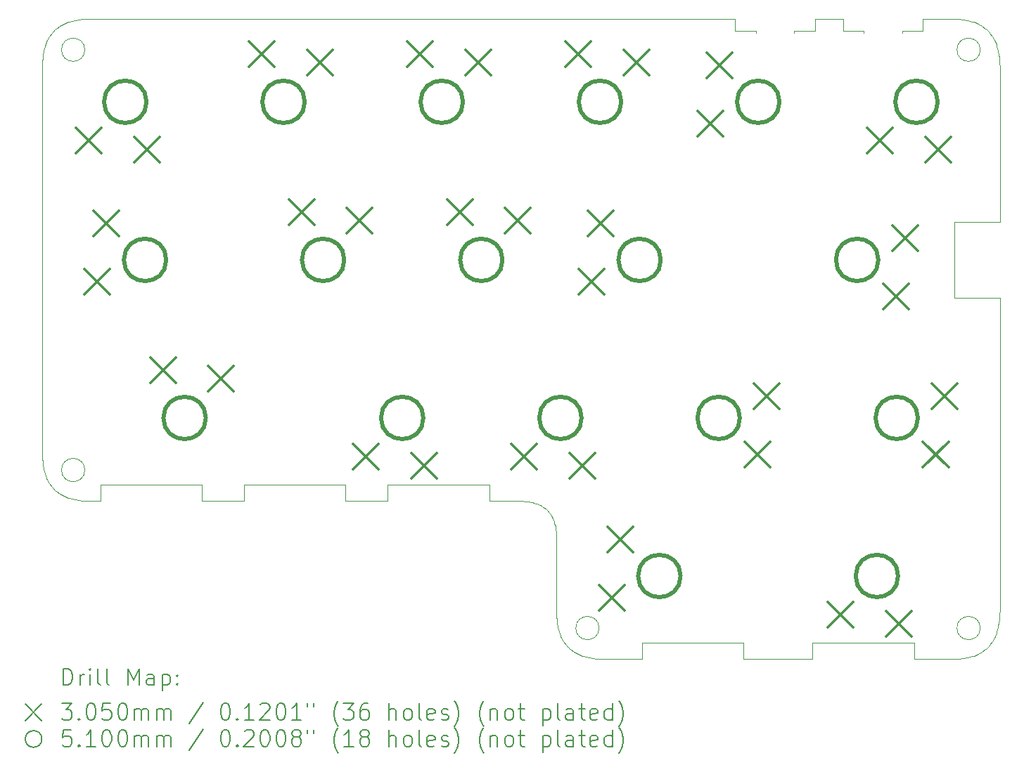
<source format=gbr>
%TF.GenerationSoftware,KiCad,Pcbnew,(6.0.11-0)*%
%TF.CreationDate,2023-02-16T18:45:55+08:00*%
%TF.ProjectId,Left,4c656674-2e6b-4696-9361-645f70636258,rev?*%
%TF.SameCoordinates,Original*%
%TF.FileFunction,Drillmap*%
%TF.FilePolarity,Positive*%
%FSLAX45Y45*%
G04 Gerber Fmt 4.5, Leading zero omitted, Abs format (unit mm)*
G04 Created by KiCad (PCBNEW (6.0.11-0)) date 2023-02-16 18:45:55*
%MOMM*%
%LPD*%
G01*
G04 APERTURE LIST*
%ADD10C,0.030000*%
%ADD11C,0.038100*%
%ADD12C,0.000100*%
%ADD13C,0.200000*%
%ADD14C,0.305000*%
%ADD15C,0.510000*%
G04 APERTURE END LIST*
D10*
X15741519Y-14283603D02*
X15735250Y-14277353D01*
D11*
X15472242Y-12617344D02*
X15481250Y-12626352D01*
X15562573Y-12759317D02*
X15570250Y-12784317D01*
D10*
X9660999Y-12454353D02*
X9613436Y-12427694D01*
D11*
X17992595Y-6851352D02*
X17992595Y-6876352D01*
D10*
X20920495Y-13973688D02*
X20909563Y-14033509D01*
D12*
X20694996Y-14046352D02*
G75*
G03*
X20694996Y-14046352I-140000J0D01*
G01*
D10*
X9531499Y-12359816D02*
X9537751Y-12366085D01*
X9488658Y-12302918D02*
X9519689Y-12346588D01*
X9402216Y-11994570D02*
X9406972Y-12047870D01*
D11*
X20006595Y-6701352D02*
X20006595Y-6851352D01*
D10*
X15922054Y-14386423D02*
X15913039Y-14383375D01*
X20716560Y-6790011D02*
X20760229Y-6821041D01*
X9462000Y-6962353D02*
X9488658Y-6914788D01*
D11*
X17742595Y-6701352D02*
X17742595Y-6851352D01*
X15591250Y-12944352D02*
X15591250Y-12956352D01*
D10*
X20867996Y-14160352D02*
X20841337Y-14207917D01*
X9409499Y-12068688D02*
X9420432Y-12128509D01*
X15913039Y-14383375D02*
X15904025Y-14380326D01*
X20471921Y-6709588D02*
X20482330Y-6710852D01*
X16113033Y-14419136D02*
X16059733Y-14414382D01*
X20920496Y-7149017D02*
X20909563Y-7089196D01*
X10107800Y-12516352D02*
X10107800Y-12316352D01*
D11*
X15541580Y-12709525D02*
X15547291Y-12721568D01*
D10*
X15591251Y-13821352D02*
X15593466Y-13899570D01*
D11*
X11835600Y-12316352D02*
X13055600Y-12316352D01*
D10*
X9677788Y-12461781D02*
X9660999Y-12454353D01*
X9409500Y-7149018D02*
X9420432Y-7089196D01*
D11*
X15481250Y-12626352D02*
X15490258Y-12635361D01*
X15398077Y-12566022D02*
X15413250Y-12574352D01*
D10*
X13055600Y-12516352D02*
X13055600Y-12316352D01*
D11*
X15557788Y-12746464D02*
X15562573Y-12759317D01*
D10*
X15869038Y-14366781D02*
X15852250Y-14359353D01*
D11*
X15201606Y-12517618D02*
X15217606Y-12518887D01*
X19042595Y-6851352D02*
X19292595Y-6851352D01*
D10*
X20923024Y-7169836D02*
X20921760Y-7159426D01*
D12*
X9915000Y-7076352D02*
G75*
G03*
X9915000Y-7076352I-140000J0D01*
G01*
D10*
X20461512Y-14414380D02*
X20471920Y-14413117D01*
X9730803Y-6736282D02*
X9721789Y-6739330D01*
D11*
X10107800Y-12316352D02*
X11327800Y-12316352D01*
D10*
X20895066Y-14090549D02*
X20892017Y-14099563D01*
X20408212Y-14419136D02*
X20461512Y-14414380D01*
X9847665Y-12506853D02*
X9787844Y-12495922D01*
X9858075Y-12508118D02*
X9847665Y-12506853D01*
D11*
X11327800Y-12516352D02*
X11835600Y-12516352D01*
X15533250Y-12694352D02*
X15525250Y-12681352D01*
D10*
X20779726Y-6839102D02*
X20785995Y-6845352D01*
X20798496Y-6857890D02*
X20792245Y-6851621D01*
D11*
X19292595Y-6851352D02*
X19292595Y-6876352D01*
D10*
X9712774Y-6742378D02*
X9677787Y-6755924D01*
X15599486Y-13963279D02*
X15600750Y-13973687D01*
D11*
X15217606Y-12518887D02*
X15248824Y-12522278D01*
X15462773Y-12608796D02*
X15445250Y-12595352D01*
D10*
X14783400Y-12516352D02*
X14783400Y-12316352D01*
D11*
X18706595Y-6701352D02*
X18706595Y-6851352D01*
X15431709Y-12585985D02*
X15445250Y-12595352D01*
D10*
X9406971Y-7169835D02*
X9408235Y-7159427D01*
X15804685Y-14332694D02*
X15761016Y-14301664D01*
X9531499Y-6857890D02*
X9537749Y-6851621D01*
X9550270Y-12378603D02*
X9544000Y-12372353D01*
X20798496Y-14264815D02*
X20792245Y-14271083D01*
D11*
X15585324Y-12858779D02*
X15583201Y-12843562D01*
X16624150Y-14221352D02*
X17844150Y-14221352D01*
D10*
X20927779Y-13899569D02*
X20923024Y-13952869D01*
X20766843Y-14295759D02*
X20773457Y-14289853D01*
X20810306Y-6871118D02*
X20804401Y-6864504D01*
X9721789Y-6739330D02*
X9712774Y-6742378D01*
D11*
X15323285Y-12537352D02*
X15348285Y-12545029D01*
D10*
X20599192Y-6736282D02*
X20608206Y-6739330D01*
X9563152Y-12390759D02*
X9556538Y-12384854D01*
X9434929Y-12185550D02*
X9437978Y-12194564D01*
X20542151Y-14400921D02*
X20599192Y-14386423D01*
X20923024Y-13952869D02*
X20921759Y-13963278D01*
X15761016Y-14301664D02*
X15754402Y-14295759D01*
X9408235Y-7159427D02*
X9409500Y-7149018D01*
X9420432Y-12128509D02*
X9434929Y-12185550D01*
X9556538Y-6832852D02*
X9550269Y-6839102D01*
D11*
X20329995Y-14421352D02*
X19897050Y-14421352D01*
X20929995Y-9151652D02*
X20380273Y-9151652D01*
D10*
X20841337Y-6914787D02*
X20810306Y-6871118D01*
D11*
X13055600Y-12516352D02*
X13563400Y-12516352D01*
X15285250Y-12528352D02*
X15264041Y-12524402D01*
D10*
X9847665Y-6710852D02*
X9787844Y-6721785D01*
X9519689Y-12346588D02*
X9525594Y-12353201D01*
D11*
X15583201Y-12843562D02*
X15579250Y-12822352D01*
D10*
X20909563Y-7089196D02*
X20895065Y-7032155D01*
X20773457Y-6832852D02*
X20779726Y-6839102D01*
X9437978Y-12194564D02*
X9441026Y-12203578D01*
X20617220Y-14380326D02*
X20652208Y-14366781D01*
X16624150Y-14421352D02*
X16624150Y-14221352D01*
X15979094Y-14400920D02*
X15922054Y-14386423D01*
X20482330Y-14411853D02*
X20542151Y-14400921D01*
X20888970Y-14108578D02*
X20875424Y-14143565D01*
D11*
X15386034Y-12560311D02*
X15398077Y-12566022D01*
D10*
X9613435Y-6790011D02*
X9569766Y-6821041D01*
D11*
X15361139Y-12549815D02*
X15386034Y-12560311D01*
D10*
X20608206Y-14383375D02*
X20617220Y-14380326D01*
X15747788Y-14289853D02*
X15741519Y-14283603D01*
X9441026Y-7014127D02*
X9454571Y-6979140D01*
D11*
X15196250Y-12517352D02*
X15163250Y-12516352D01*
D10*
X15598222Y-13952869D02*
X15599486Y-13963279D01*
D11*
X20929995Y-10066052D02*
X20380273Y-10066052D01*
D10*
X9868484Y-12509382D02*
X9858075Y-12508118D01*
X9712774Y-12475328D02*
X9677788Y-12461781D01*
D11*
X17742595Y-6851352D02*
X17992595Y-6851352D01*
D10*
X15632276Y-14108578D02*
X15645822Y-14143566D01*
X20909563Y-14033509D02*
X20895066Y-14090549D01*
D11*
X18456595Y-6851352D02*
X18706595Y-6851352D01*
D10*
X20921759Y-13963278D02*
X20920495Y-13973688D01*
X9525594Y-6864504D02*
X9531499Y-6857890D01*
D11*
X19756595Y-6851352D02*
X19756595Y-6876352D01*
X15472250Y-12617352D02*
X15462773Y-12608796D01*
X9400000Y-7301352D02*
X9400000Y-11916352D01*
D10*
X20617221Y-6742378D02*
X20652208Y-6755924D01*
X9787844Y-6721785D02*
X9730803Y-6736282D01*
X9787844Y-12495922D02*
X9730803Y-12481424D01*
D11*
X15196250Y-12517352D02*
X15201606Y-12517618D01*
X15588716Y-12889996D02*
X15589984Y-12905996D01*
D10*
X15600750Y-13973687D02*
X15611682Y-14033508D01*
D11*
X15348285Y-12545029D02*
X15361139Y-12549815D01*
D10*
X19897050Y-14421352D02*
X19897050Y-14221352D01*
X9721789Y-12478376D02*
X9712774Y-12475328D01*
X9537751Y-12366085D02*
X9544000Y-12372353D01*
X20892017Y-14099563D02*
X20888970Y-14108578D01*
D11*
X15574217Y-12800259D02*
X15579250Y-12822352D01*
X15533250Y-12694352D02*
X15541580Y-12709525D01*
D10*
X15629228Y-14099564D02*
X15632276Y-14108578D01*
X20875424Y-14143565D02*
X20867996Y-14160352D01*
X20716560Y-14332694D02*
X20760229Y-14301663D01*
X20599192Y-14386423D02*
X20608206Y-14383375D01*
X16059733Y-14414382D02*
X16049325Y-14413117D01*
X9454571Y-6979140D02*
X9462000Y-6962353D01*
X15679909Y-14207917D02*
X15710939Y-14251586D01*
X20766843Y-6826946D02*
X20773457Y-6832852D01*
X20929995Y-7301352D02*
X20927779Y-7223135D01*
D11*
X19042595Y-6701352D02*
X19042595Y-6851352D01*
X20929995Y-13821352D02*
X20929995Y-10066052D01*
D10*
X20792245Y-6851621D02*
X20785995Y-6845352D01*
D12*
X16106250Y-14046353D02*
G75*
G03*
X16106250Y-14046353I-140000J0D01*
G01*
D10*
X9858074Y-6709588D02*
X9847665Y-6710852D01*
D11*
X15521617Y-12675894D02*
X15525250Y-12681352D01*
D10*
X20929995Y-13821352D02*
X20927779Y-13899569D01*
X9408235Y-12058279D02*
X9409499Y-12068688D01*
X15722749Y-14264814D02*
X15729000Y-14271084D01*
X9488658Y-6914788D02*
X9519688Y-6871118D01*
X20668995Y-6763352D02*
X20716560Y-6790011D01*
X20921760Y-7159426D02*
X20920496Y-7149017D01*
X17844150Y-14421352D02*
X17844150Y-14221352D01*
X15593466Y-13899570D02*
X15598222Y-13952869D01*
X9420432Y-7089196D02*
X9434930Y-7032156D01*
X15710939Y-14251586D02*
X15716844Y-14258201D01*
X13563400Y-12516352D02*
X13563400Y-12316352D01*
D11*
X15547291Y-12721568D02*
X15557788Y-12746464D01*
D10*
X15626180Y-14090550D02*
X15629228Y-14099564D01*
D11*
X18456595Y-6851352D02*
X18456595Y-6876352D01*
D10*
X9730803Y-12481424D02*
X9721789Y-12478376D01*
X15754402Y-14295759D02*
X15747788Y-14289853D01*
X16049325Y-14413117D02*
X16038916Y-14411853D01*
X20652208Y-14366781D02*
X20668995Y-14359353D01*
X20760229Y-14301663D02*
X20766843Y-14295759D01*
X9563151Y-6826946D02*
X9556538Y-6832852D01*
X9921782Y-6703569D02*
X9868483Y-6708324D01*
D11*
X20380273Y-10066052D02*
X20380273Y-9151652D01*
D10*
X9462001Y-12255353D02*
X9488658Y-12302918D01*
D11*
X15589984Y-12905996D02*
X15590250Y-12911352D01*
X20929995Y-7301352D02*
X20929995Y-9151652D01*
X15426250Y-12582352D02*
X15431709Y-12585985D01*
D10*
X9437978Y-7023141D02*
X9441026Y-7014127D01*
D11*
X10000000Y-12516352D02*
X10107800Y-12516352D01*
X17742595Y-6701352D02*
X10000000Y-6701352D01*
D10*
X9441026Y-12203578D02*
X9454572Y-12238566D01*
X20867995Y-6962352D02*
X20841337Y-6914787D01*
X9677787Y-6755924D02*
X9661000Y-6763353D01*
X11327800Y-12516352D02*
X11327800Y-12316352D01*
X20461512Y-6708324D02*
X20471921Y-6709588D01*
X20542151Y-6721784D02*
X20599192Y-6736282D01*
X15716844Y-14258201D02*
X15722749Y-14264814D01*
X9550269Y-6839102D02*
X9544000Y-6845353D01*
X20471920Y-14413117D02*
X20482330Y-14411853D01*
D11*
X15574217Y-12800259D02*
X15570250Y-12784352D01*
X15151250Y-12516352D02*
X14783400Y-12516352D01*
D10*
X9613436Y-12427694D02*
X9569766Y-12396664D01*
X11835600Y-12516352D02*
X11835600Y-12316352D01*
X20329995Y-6701352D02*
X20408212Y-6703568D01*
X20329995Y-14421353D02*
X20408212Y-14419136D01*
D11*
X15591250Y-12944352D02*
X15590250Y-12911352D01*
D10*
X20888969Y-7014127D02*
X20875424Y-6979139D01*
D11*
X18677050Y-14221352D02*
X19897050Y-14221352D01*
D10*
X20482330Y-6710852D02*
X20542151Y-6721784D01*
D11*
X19756595Y-6851352D02*
X20006595Y-6851352D01*
X16624150Y-14421352D02*
X16191250Y-14421352D01*
D10*
X15653250Y-14160352D02*
X15679909Y-14207917D01*
D11*
X15512250Y-12662352D02*
X15498806Y-12644830D01*
D10*
X15611682Y-14033508D02*
X15626180Y-14090550D01*
X16038916Y-14411853D02*
X15979094Y-14400920D01*
X20608206Y-6739330D02*
X20617221Y-6742378D01*
X20760229Y-6821041D02*
X20766843Y-6826946D01*
X20804401Y-6864504D02*
X20798496Y-6857890D01*
X20652208Y-6755924D02*
X20668995Y-6763352D01*
D11*
X15151250Y-12516352D02*
X15163250Y-12516352D01*
D10*
X20875424Y-6979139D02*
X20867995Y-6962352D01*
X16191250Y-14421352D02*
X16113033Y-14419136D01*
X15904025Y-14380326D02*
X15869038Y-14366781D01*
X9537749Y-6851621D02*
X9544000Y-6845353D01*
X15852250Y-14359353D02*
X15804685Y-14332694D01*
X9569766Y-12396664D02*
X9563152Y-12390759D01*
D11*
X15285250Y-12528352D02*
X15307343Y-12533385D01*
X13563400Y-12316352D02*
X14783400Y-12316352D01*
D10*
X20329995Y-6701352D02*
X20006595Y-6701352D01*
X19042595Y-6701352D02*
X18706595Y-6701352D01*
X20810307Y-14251587D02*
X20804400Y-14258201D01*
X20927779Y-7223135D02*
X20923024Y-7169836D01*
X9569766Y-6821041D02*
X9563151Y-6826946D01*
X9556538Y-12384854D02*
X9550270Y-12378603D01*
D11*
X15426250Y-12582352D02*
X15413250Y-12574352D01*
D10*
X20408212Y-6703568D02*
X20461512Y-6708324D01*
X20773457Y-14289853D02*
X20779726Y-14283603D01*
X18677050Y-14421352D02*
X18677050Y-14221352D01*
X20895065Y-7032155D02*
X20892017Y-7023141D01*
D11*
X15512250Y-12662352D02*
X15521617Y-12675894D01*
X15585324Y-12858779D02*
X15588716Y-12889996D01*
D10*
X9454572Y-12238566D02*
X9462001Y-12255353D01*
X9400000Y-7301352D02*
X9402216Y-7223135D01*
X10000000Y-12516352D02*
X9921784Y-12514138D01*
X9434930Y-7032156D02*
X9437978Y-7023141D01*
X9868483Y-6708324D02*
X9858074Y-6709588D01*
X15729000Y-14271084D02*
X15735250Y-14277353D01*
X9402216Y-7223135D02*
X9406971Y-7169835D01*
X15645822Y-14143566D02*
X15653250Y-14160352D01*
X20804400Y-14258201D02*
X20798496Y-14264815D01*
X20779726Y-14283603D02*
X20785995Y-14277352D01*
X20668995Y-14359353D02*
X20716560Y-14332694D01*
D11*
X15323250Y-12537352D02*
X15307343Y-12533385D01*
D10*
X20792245Y-14271083D02*
X20785995Y-14277352D01*
X9519688Y-6871118D02*
X9525594Y-6864504D01*
D11*
X15264041Y-12524402D02*
X15248824Y-12522278D01*
D10*
X9406972Y-12047870D02*
X9408235Y-12058279D01*
X10000000Y-6701353D02*
X9921782Y-6703569D01*
X9661000Y-6763353D02*
X9613435Y-6790011D01*
X20892017Y-7023141D02*
X20888969Y-7014127D01*
X9921784Y-12514138D02*
X9868484Y-12509382D01*
D12*
X20694995Y-7076351D02*
G75*
G03*
X20694995Y-7076351I-140000J0D01*
G01*
D10*
X9400000Y-11916353D02*
X9402216Y-11994570D01*
D11*
X15591250Y-13821352D02*
X15591250Y-12956352D01*
X15498806Y-12644830D02*
X15490250Y-12635352D01*
X17844150Y-14421352D02*
X18677050Y-14421352D01*
D10*
X20841337Y-14207917D02*
X20810307Y-14251587D01*
D12*
X9915000Y-12141353D02*
G75*
G03*
X9915000Y-12141353I-140000J0D01*
G01*
D10*
X9525594Y-12353201D02*
X9531499Y-12359816D01*
D13*
D14*
X9810000Y-8021350D02*
X10115000Y-8326350D01*
X10115000Y-8021350D02*
X9810000Y-8326350D01*
X9913130Y-9716350D02*
X10218130Y-10021350D01*
X10218130Y-9716350D02*
X9913130Y-10021350D01*
X10018130Y-9016350D02*
X10323130Y-9321350D01*
X10323130Y-9016350D02*
X10018130Y-9321350D01*
X10510000Y-8126350D02*
X10815000Y-8431350D01*
X10815000Y-8126350D02*
X10510000Y-8431350D01*
X10704375Y-10786350D02*
X11009375Y-11091350D01*
X11009375Y-10786350D02*
X10704375Y-11091350D01*
X11404375Y-10891350D02*
X11709375Y-11196350D01*
X11709375Y-10891350D02*
X11404375Y-11196350D01*
X11895000Y-6976350D02*
X12200000Y-7281350D01*
X12200000Y-6976350D02*
X11895000Y-7281350D01*
X12371250Y-8881350D02*
X12676250Y-9186350D01*
X12676250Y-8881350D02*
X12371250Y-9186350D01*
X12595000Y-7081350D02*
X12900000Y-7386350D01*
X12900000Y-7081350D02*
X12595000Y-7386350D01*
X13071250Y-8986350D02*
X13376250Y-9291350D01*
X13376250Y-8986350D02*
X13071250Y-9291350D01*
X13143750Y-11831350D02*
X13448750Y-12136350D01*
X13448750Y-11831350D02*
X13143750Y-12136350D01*
X13800000Y-6976350D02*
X14105000Y-7281350D01*
X14105000Y-6976350D02*
X13800000Y-7281350D01*
X13843750Y-11936350D02*
X14148750Y-12241350D01*
X14148750Y-11936350D02*
X13843750Y-12241350D01*
X14276250Y-8881350D02*
X14581250Y-9186350D01*
X14581250Y-8881350D02*
X14276250Y-9186350D01*
X14500000Y-7081350D02*
X14805000Y-7386350D01*
X14805000Y-7081350D02*
X14500000Y-7386350D01*
X14976250Y-8986350D02*
X15281250Y-9291350D01*
X15281250Y-8986350D02*
X14976250Y-9291350D01*
X15048750Y-11831350D02*
X15353750Y-12136350D01*
X15353750Y-11831350D02*
X15048750Y-12136350D01*
X15705000Y-6976350D02*
X16010000Y-7281350D01*
X16010000Y-6976350D02*
X15705000Y-7281350D01*
X15748750Y-11936350D02*
X16053750Y-12241350D01*
X16053750Y-11936350D02*
X15748750Y-12241350D01*
X15866250Y-9716350D02*
X16171250Y-10021350D01*
X16171250Y-9716350D02*
X15866250Y-10021350D01*
X15971250Y-9016350D02*
X16276250Y-9321350D01*
X16276250Y-9016350D02*
X15971250Y-9321350D01*
X16104375Y-13526350D02*
X16409375Y-13831350D01*
X16409375Y-13526350D02*
X16104375Y-13831350D01*
X16209375Y-12826350D02*
X16514375Y-13131350D01*
X16514375Y-12826350D02*
X16209375Y-13131350D01*
X16405000Y-7081350D02*
X16710000Y-7386350D01*
X16710000Y-7081350D02*
X16405000Y-7386350D01*
X17295000Y-7811350D02*
X17600000Y-8116350D01*
X17600000Y-7811350D02*
X17295000Y-8116350D01*
X17400000Y-7111350D02*
X17705000Y-7416350D01*
X17705000Y-7111350D02*
X17400000Y-7416350D01*
X17863750Y-11801350D02*
X18168750Y-12106350D01*
X18168750Y-11801350D02*
X17863750Y-12106350D01*
X17968750Y-11101350D02*
X18273750Y-11406350D01*
X18273750Y-11101350D02*
X17968750Y-11406350D01*
X18858750Y-13736350D02*
X19163750Y-14041350D01*
X19163750Y-13736350D02*
X18858750Y-14041350D01*
X19335000Y-8021350D02*
X19640000Y-8326350D01*
X19640000Y-8021350D02*
X19335000Y-8326350D01*
X19530625Y-9896350D02*
X19835625Y-10201350D01*
X19835625Y-9896350D02*
X19530625Y-10201350D01*
X19558750Y-13841350D02*
X19863750Y-14146350D01*
X19863750Y-13841350D02*
X19558750Y-14146350D01*
X19635625Y-9196350D02*
X19940625Y-9501350D01*
X19940625Y-9196350D02*
X19635625Y-9501350D01*
X20006875Y-11801350D02*
X20311875Y-12106350D01*
X20311875Y-11801350D02*
X20006875Y-12106350D01*
X20035000Y-8126350D02*
X20340000Y-8431350D01*
X20340000Y-8126350D02*
X20035000Y-8431350D01*
X20111875Y-11101350D02*
X20416875Y-11406350D01*
X20416875Y-11101350D02*
X20111875Y-11406350D01*
D15*
X10657500Y-7703850D02*
G75*
G03*
X10657500Y-7703850I-255000J0D01*
G01*
X10895630Y-9608850D02*
G75*
G03*
X10895630Y-9608850I-255000J0D01*
G01*
X11371875Y-11513850D02*
G75*
G03*
X11371875Y-11513850I-255000J0D01*
G01*
X12562500Y-7703850D02*
G75*
G03*
X12562500Y-7703850I-255000J0D01*
G01*
X13038750Y-9608850D02*
G75*
G03*
X13038750Y-9608850I-255000J0D01*
G01*
X13991250Y-11513850D02*
G75*
G03*
X13991250Y-11513850I-255000J0D01*
G01*
X14467500Y-7703850D02*
G75*
G03*
X14467500Y-7703850I-255000J0D01*
G01*
X14943750Y-9608850D02*
G75*
G03*
X14943750Y-9608850I-255000J0D01*
G01*
X15896250Y-11513850D02*
G75*
G03*
X15896250Y-11513850I-255000J0D01*
G01*
X16372500Y-7703850D02*
G75*
G03*
X16372500Y-7703850I-255000J0D01*
G01*
X16848750Y-9608850D02*
G75*
G03*
X16848750Y-9608850I-255000J0D01*
G01*
X17086875Y-13418850D02*
G75*
G03*
X17086875Y-13418850I-255000J0D01*
G01*
X17801250Y-11513850D02*
G75*
G03*
X17801250Y-11513850I-255000J0D01*
G01*
X18277500Y-7703850D02*
G75*
G03*
X18277500Y-7703850I-255000J0D01*
G01*
X19468125Y-9608850D02*
G75*
G03*
X19468125Y-9608850I-255000J0D01*
G01*
X19706250Y-13418850D02*
G75*
G03*
X19706250Y-13418850I-255000J0D01*
G01*
X19944375Y-11513850D02*
G75*
G03*
X19944375Y-11513850I-255000J0D01*
G01*
X20182500Y-7703850D02*
G75*
G03*
X20182500Y-7703850I-255000J0D01*
G01*
D13*
X9655714Y-14733733D02*
X9655714Y-14533733D01*
X9703333Y-14533733D01*
X9731905Y-14543257D01*
X9750952Y-14562305D01*
X9760476Y-14581353D01*
X9770000Y-14619448D01*
X9770000Y-14648019D01*
X9760476Y-14686114D01*
X9750952Y-14705162D01*
X9731905Y-14724210D01*
X9703333Y-14733733D01*
X9655714Y-14733733D01*
X9855714Y-14733733D02*
X9855714Y-14600400D01*
X9855714Y-14638495D02*
X9865238Y-14619448D01*
X9874762Y-14609924D01*
X9893809Y-14600400D01*
X9912857Y-14600400D01*
X9979524Y-14733733D02*
X9979524Y-14600400D01*
X9979524Y-14533733D02*
X9970000Y-14543257D01*
X9979524Y-14552781D01*
X9989047Y-14543257D01*
X9979524Y-14533733D01*
X9979524Y-14552781D01*
X10103333Y-14733733D02*
X10084285Y-14724210D01*
X10074762Y-14705162D01*
X10074762Y-14533733D01*
X10208095Y-14733733D02*
X10189047Y-14724210D01*
X10179524Y-14705162D01*
X10179524Y-14533733D01*
X10436666Y-14733733D02*
X10436666Y-14533733D01*
X10503333Y-14676591D01*
X10570000Y-14533733D01*
X10570000Y-14733733D01*
X10750952Y-14733733D02*
X10750952Y-14628972D01*
X10741428Y-14609924D01*
X10722381Y-14600400D01*
X10684285Y-14600400D01*
X10665238Y-14609924D01*
X10750952Y-14724210D02*
X10731905Y-14733733D01*
X10684285Y-14733733D01*
X10665238Y-14724210D01*
X10655714Y-14705162D01*
X10655714Y-14686114D01*
X10665238Y-14667067D01*
X10684285Y-14657543D01*
X10731905Y-14657543D01*
X10750952Y-14648019D01*
X10846190Y-14600400D02*
X10846190Y-14800400D01*
X10846190Y-14609924D02*
X10865238Y-14600400D01*
X10903333Y-14600400D01*
X10922381Y-14609924D01*
X10931905Y-14619448D01*
X10941428Y-14638495D01*
X10941428Y-14695638D01*
X10931905Y-14714686D01*
X10922381Y-14724210D01*
X10903333Y-14733733D01*
X10865238Y-14733733D01*
X10846190Y-14724210D01*
X11027143Y-14714686D02*
X11036666Y-14724210D01*
X11027143Y-14733733D01*
X11017619Y-14724210D01*
X11027143Y-14714686D01*
X11027143Y-14733733D01*
X11027143Y-14609924D02*
X11036666Y-14619448D01*
X11027143Y-14628972D01*
X11017619Y-14619448D01*
X11027143Y-14609924D01*
X11027143Y-14628972D01*
X9198095Y-14963257D02*
X9398095Y-15163257D01*
X9398095Y-14963257D02*
X9198095Y-15163257D01*
X9636666Y-14953733D02*
X9760476Y-14953733D01*
X9693809Y-15029924D01*
X9722381Y-15029924D01*
X9741428Y-15039448D01*
X9750952Y-15048972D01*
X9760476Y-15068019D01*
X9760476Y-15115638D01*
X9750952Y-15134686D01*
X9741428Y-15144210D01*
X9722381Y-15153733D01*
X9665238Y-15153733D01*
X9646190Y-15144210D01*
X9636666Y-15134686D01*
X9846190Y-15134686D02*
X9855714Y-15144210D01*
X9846190Y-15153733D01*
X9836666Y-15144210D01*
X9846190Y-15134686D01*
X9846190Y-15153733D01*
X9979524Y-14953733D02*
X9998571Y-14953733D01*
X10017619Y-14963257D01*
X10027143Y-14972781D01*
X10036666Y-14991829D01*
X10046190Y-15029924D01*
X10046190Y-15077543D01*
X10036666Y-15115638D01*
X10027143Y-15134686D01*
X10017619Y-15144210D01*
X9998571Y-15153733D01*
X9979524Y-15153733D01*
X9960476Y-15144210D01*
X9950952Y-15134686D01*
X9941428Y-15115638D01*
X9931905Y-15077543D01*
X9931905Y-15029924D01*
X9941428Y-14991829D01*
X9950952Y-14972781D01*
X9960476Y-14963257D01*
X9979524Y-14953733D01*
X10227143Y-14953733D02*
X10131905Y-14953733D01*
X10122381Y-15048972D01*
X10131905Y-15039448D01*
X10150952Y-15029924D01*
X10198571Y-15029924D01*
X10217619Y-15039448D01*
X10227143Y-15048972D01*
X10236666Y-15068019D01*
X10236666Y-15115638D01*
X10227143Y-15134686D01*
X10217619Y-15144210D01*
X10198571Y-15153733D01*
X10150952Y-15153733D01*
X10131905Y-15144210D01*
X10122381Y-15134686D01*
X10360476Y-14953733D02*
X10379524Y-14953733D01*
X10398571Y-14963257D01*
X10408095Y-14972781D01*
X10417619Y-14991829D01*
X10427143Y-15029924D01*
X10427143Y-15077543D01*
X10417619Y-15115638D01*
X10408095Y-15134686D01*
X10398571Y-15144210D01*
X10379524Y-15153733D01*
X10360476Y-15153733D01*
X10341428Y-15144210D01*
X10331905Y-15134686D01*
X10322381Y-15115638D01*
X10312857Y-15077543D01*
X10312857Y-15029924D01*
X10322381Y-14991829D01*
X10331905Y-14972781D01*
X10341428Y-14963257D01*
X10360476Y-14953733D01*
X10512857Y-15153733D02*
X10512857Y-15020400D01*
X10512857Y-15039448D02*
X10522381Y-15029924D01*
X10541428Y-15020400D01*
X10570000Y-15020400D01*
X10589047Y-15029924D01*
X10598571Y-15048972D01*
X10598571Y-15153733D01*
X10598571Y-15048972D02*
X10608095Y-15029924D01*
X10627143Y-15020400D01*
X10655714Y-15020400D01*
X10674762Y-15029924D01*
X10684285Y-15048972D01*
X10684285Y-15153733D01*
X10779524Y-15153733D02*
X10779524Y-15020400D01*
X10779524Y-15039448D02*
X10789047Y-15029924D01*
X10808095Y-15020400D01*
X10836666Y-15020400D01*
X10855714Y-15029924D01*
X10865238Y-15048972D01*
X10865238Y-15153733D01*
X10865238Y-15048972D02*
X10874762Y-15029924D01*
X10893809Y-15020400D01*
X10922381Y-15020400D01*
X10941428Y-15029924D01*
X10950952Y-15048972D01*
X10950952Y-15153733D01*
X11341428Y-14944210D02*
X11170000Y-15201353D01*
X11598571Y-14953733D02*
X11617619Y-14953733D01*
X11636666Y-14963257D01*
X11646190Y-14972781D01*
X11655714Y-14991829D01*
X11665238Y-15029924D01*
X11665238Y-15077543D01*
X11655714Y-15115638D01*
X11646190Y-15134686D01*
X11636666Y-15144210D01*
X11617619Y-15153733D01*
X11598571Y-15153733D01*
X11579523Y-15144210D01*
X11570000Y-15134686D01*
X11560476Y-15115638D01*
X11550952Y-15077543D01*
X11550952Y-15029924D01*
X11560476Y-14991829D01*
X11570000Y-14972781D01*
X11579523Y-14963257D01*
X11598571Y-14953733D01*
X11750952Y-15134686D02*
X11760476Y-15144210D01*
X11750952Y-15153733D01*
X11741428Y-15144210D01*
X11750952Y-15134686D01*
X11750952Y-15153733D01*
X11950952Y-15153733D02*
X11836666Y-15153733D01*
X11893809Y-15153733D02*
X11893809Y-14953733D01*
X11874762Y-14982305D01*
X11855714Y-15001353D01*
X11836666Y-15010876D01*
X12027143Y-14972781D02*
X12036666Y-14963257D01*
X12055714Y-14953733D01*
X12103333Y-14953733D01*
X12122381Y-14963257D01*
X12131904Y-14972781D01*
X12141428Y-14991829D01*
X12141428Y-15010876D01*
X12131904Y-15039448D01*
X12017619Y-15153733D01*
X12141428Y-15153733D01*
X12265238Y-14953733D02*
X12284285Y-14953733D01*
X12303333Y-14963257D01*
X12312857Y-14972781D01*
X12322381Y-14991829D01*
X12331904Y-15029924D01*
X12331904Y-15077543D01*
X12322381Y-15115638D01*
X12312857Y-15134686D01*
X12303333Y-15144210D01*
X12284285Y-15153733D01*
X12265238Y-15153733D01*
X12246190Y-15144210D01*
X12236666Y-15134686D01*
X12227143Y-15115638D01*
X12217619Y-15077543D01*
X12217619Y-15029924D01*
X12227143Y-14991829D01*
X12236666Y-14972781D01*
X12246190Y-14963257D01*
X12265238Y-14953733D01*
X12522381Y-15153733D02*
X12408095Y-15153733D01*
X12465238Y-15153733D02*
X12465238Y-14953733D01*
X12446190Y-14982305D01*
X12427143Y-15001353D01*
X12408095Y-15010876D01*
X12598571Y-14953733D02*
X12598571Y-14991829D01*
X12674762Y-14953733D02*
X12674762Y-14991829D01*
X12970000Y-15229924D02*
X12960476Y-15220400D01*
X12941428Y-15191829D01*
X12931904Y-15172781D01*
X12922381Y-15144210D01*
X12912857Y-15096591D01*
X12912857Y-15058495D01*
X12922381Y-15010876D01*
X12931904Y-14982305D01*
X12941428Y-14963257D01*
X12960476Y-14934686D01*
X12970000Y-14925162D01*
X13027143Y-14953733D02*
X13150952Y-14953733D01*
X13084285Y-15029924D01*
X13112857Y-15029924D01*
X13131904Y-15039448D01*
X13141428Y-15048972D01*
X13150952Y-15068019D01*
X13150952Y-15115638D01*
X13141428Y-15134686D01*
X13131904Y-15144210D01*
X13112857Y-15153733D01*
X13055714Y-15153733D01*
X13036666Y-15144210D01*
X13027143Y-15134686D01*
X13322381Y-14953733D02*
X13284285Y-14953733D01*
X13265238Y-14963257D01*
X13255714Y-14972781D01*
X13236666Y-15001353D01*
X13227143Y-15039448D01*
X13227143Y-15115638D01*
X13236666Y-15134686D01*
X13246190Y-15144210D01*
X13265238Y-15153733D01*
X13303333Y-15153733D01*
X13322381Y-15144210D01*
X13331904Y-15134686D01*
X13341428Y-15115638D01*
X13341428Y-15068019D01*
X13331904Y-15048972D01*
X13322381Y-15039448D01*
X13303333Y-15029924D01*
X13265238Y-15029924D01*
X13246190Y-15039448D01*
X13236666Y-15048972D01*
X13227143Y-15068019D01*
X13579523Y-15153733D02*
X13579523Y-14953733D01*
X13665238Y-15153733D02*
X13665238Y-15048972D01*
X13655714Y-15029924D01*
X13636666Y-15020400D01*
X13608095Y-15020400D01*
X13589047Y-15029924D01*
X13579523Y-15039448D01*
X13789047Y-15153733D02*
X13770000Y-15144210D01*
X13760476Y-15134686D01*
X13750952Y-15115638D01*
X13750952Y-15058495D01*
X13760476Y-15039448D01*
X13770000Y-15029924D01*
X13789047Y-15020400D01*
X13817619Y-15020400D01*
X13836666Y-15029924D01*
X13846190Y-15039448D01*
X13855714Y-15058495D01*
X13855714Y-15115638D01*
X13846190Y-15134686D01*
X13836666Y-15144210D01*
X13817619Y-15153733D01*
X13789047Y-15153733D01*
X13970000Y-15153733D02*
X13950952Y-15144210D01*
X13941428Y-15125162D01*
X13941428Y-14953733D01*
X14122381Y-15144210D02*
X14103333Y-15153733D01*
X14065238Y-15153733D01*
X14046190Y-15144210D01*
X14036666Y-15125162D01*
X14036666Y-15048972D01*
X14046190Y-15029924D01*
X14065238Y-15020400D01*
X14103333Y-15020400D01*
X14122381Y-15029924D01*
X14131904Y-15048972D01*
X14131904Y-15068019D01*
X14036666Y-15087067D01*
X14208095Y-15144210D02*
X14227143Y-15153733D01*
X14265238Y-15153733D01*
X14284285Y-15144210D01*
X14293809Y-15125162D01*
X14293809Y-15115638D01*
X14284285Y-15096591D01*
X14265238Y-15087067D01*
X14236666Y-15087067D01*
X14217619Y-15077543D01*
X14208095Y-15058495D01*
X14208095Y-15048972D01*
X14217619Y-15029924D01*
X14236666Y-15020400D01*
X14265238Y-15020400D01*
X14284285Y-15029924D01*
X14360476Y-15229924D02*
X14370000Y-15220400D01*
X14389047Y-15191829D01*
X14398571Y-15172781D01*
X14408095Y-15144210D01*
X14417619Y-15096591D01*
X14417619Y-15058495D01*
X14408095Y-15010876D01*
X14398571Y-14982305D01*
X14389047Y-14963257D01*
X14370000Y-14934686D01*
X14360476Y-14925162D01*
X14722381Y-15229924D02*
X14712857Y-15220400D01*
X14693809Y-15191829D01*
X14684285Y-15172781D01*
X14674762Y-15144210D01*
X14665238Y-15096591D01*
X14665238Y-15058495D01*
X14674762Y-15010876D01*
X14684285Y-14982305D01*
X14693809Y-14963257D01*
X14712857Y-14934686D01*
X14722381Y-14925162D01*
X14798571Y-15020400D02*
X14798571Y-15153733D01*
X14798571Y-15039448D02*
X14808095Y-15029924D01*
X14827143Y-15020400D01*
X14855714Y-15020400D01*
X14874762Y-15029924D01*
X14884285Y-15048972D01*
X14884285Y-15153733D01*
X15008095Y-15153733D02*
X14989047Y-15144210D01*
X14979523Y-15134686D01*
X14970000Y-15115638D01*
X14970000Y-15058495D01*
X14979523Y-15039448D01*
X14989047Y-15029924D01*
X15008095Y-15020400D01*
X15036666Y-15020400D01*
X15055714Y-15029924D01*
X15065238Y-15039448D01*
X15074762Y-15058495D01*
X15074762Y-15115638D01*
X15065238Y-15134686D01*
X15055714Y-15144210D01*
X15036666Y-15153733D01*
X15008095Y-15153733D01*
X15131904Y-15020400D02*
X15208095Y-15020400D01*
X15160476Y-14953733D02*
X15160476Y-15125162D01*
X15170000Y-15144210D01*
X15189047Y-15153733D01*
X15208095Y-15153733D01*
X15427143Y-15020400D02*
X15427143Y-15220400D01*
X15427143Y-15029924D02*
X15446190Y-15020400D01*
X15484285Y-15020400D01*
X15503333Y-15029924D01*
X15512857Y-15039448D01*
X15522381Y-15058495D01*
X15522381Y-15115638D01*
X15512857Y-15134686D01*
X15503333Y-15144210D01*
X15484285Y-15153733D01*
X15446190Y-15153733D01*
X15427143Y-15144210D01*
X15636666Y-15153733D02*
X15617619Y-15144210D01*
X15608095Y-15125162D01*
X15608095Y-14953733D01*
X15798571Y-15153733D02*
X15798571Y-15048972D01*
X15789047Y-15029924D01*
X15770000Y-15020400D01*
X15731904Y-15020400D01*
X15712857Y-15029924D01*
X15798571Y-15144210D02*
X15779523Y-15153733D01*
X15731904Y-15153733D01*
X15712857Y-15144210D01*
X15703333Y-15125162D01*
X15703333Y-15106114D01*
X15712857Y-15087067D01*
X15731904Y-15077543D01*
X15779523Y-15077543D01*
X15798571Y-15068019D01*
X15865238Y-15020400D02*
X15941428Y-15020400D01*
X15893809Y-14953733D02*
X15893809Y-15125162D01*
X15903333Y-15144210D01*
X15922381Y-15153733D01*
X15941428Y-15153733D01*
X16084285Y-15144210D02*
X16065238Y-15153733D01*
X16027143Y-15153733D01*
X16008095Y-15144210D01*
X15998571Y-15125162D01*
X15998571Y-15048972D01*
X16008095Y-15029924D01*
X16027143Y-15020400D01*
X16065238Y-15020400D01*
X16084285Y-15029924D01*
X16093809Y-15048972D01*
X16093809Y-15068019D01*
X15998571Y-15087067D01*
X16265238Y-15153733D02*
X16265238Y-14953733D01*
X16265238Y-15144210D02*
X16246190Y-15153733D01*
X16208095Y-15153733D01*
X16189047Y-15144210D01*
X16179523Y-15134686D01*
X16170000Y-15115638D01*
X16170000Y-15058495D01*
X16179523Y-15039448D01*
X16189047Y-15029924D01*
X16208095Y-15020400D01*
X16246190Y-15020400D01*
X16265238Y-15029924D01*
X16341428Y-15229924D02*
X16350952Y-15220400D01*
X16370000Y-15191829D01*
X16379523Y-15172781D01*
X16389047Y-15144210D01*
X16398571Y-15096591D01*
X16398571Y-15058495D01*
X16389047Y-15010876D01*
X16379523Y-14982305D01*
X16370000Y-14963257D01*
X16350952Y-14934686D01*
X16341428Y-14925162D01*
X9398095Y-15383257D02*
G75*
G03*
X9398095Y-15383257I-100000J0D01*
G01*
X9750952Y-15273733D02*
X9655714Y-15273733D01*
X9646190Y-15368972D01*
X9655714Y-15359448D01*
X9674762Y-15349924D01*
X9722381Y-15349924D01*
X9741428Y-15359448D01*
X9750952Y-15368972D01*
X9760476Y-15388019D01*
X9760476Y-15435638D01*
X9750952Y-15454686D01*
X9741428Y-15464210D01*
X9722381Y-15473733D01*
X9674762Y-15473733D01*
X9655714Y-15464210D01*
X9646190Y-15454686D01*
X9846190Y-15454686D02*
X9855714Y-15464210D01*
X9846190Y-15473733D01*
X9836666Y-15464210D01*
X9846190Y-15454686D01*
X9846190Y-15473733D01*
X10046190Y-15473733D02*
X9931905Y-15473733D01*
X9989047Y-15473733D02*
X9989047Y-15273733D01*
X9970000Y-15302305D01*
X9950952Y-15321353D01*
X9931905Y-15330876D01*
X10170000Y-15273733D02*
X10189047Y-15273733D01*
X10208095Y-15283257D01*
X10217619Y-15292781D01*
X10227143Y-15311829D01*
X10236666Y-15349924D01*
X10236666Y-15397543D01*
X10227143Y-15435638D01*
X10217619Y-15454686D01*
X10208095Y-15464210D01*
X10189047Y-15473733D01*
X10170000Y-15473733D01*
X10150952Y-15464210D01*
X10141428Y-15454686D01*
X10131905Y-15435638D01*
X10122381Y-15397543D01*
X10122381Y-15349924D01*
X10131905Y-15311829D01*
X10141428Y-15292781D01*
X10150952Y-15283257D01*
X10170000Y-15273733D01*
X10360476Y-15273733D02*
X10379524Y-15273733D01*
X10398571Y-15283257D01*
X10408095Y-15292781D01*
X10417619Y-15311829D01*
X10427143Y-15349924D01*
X10427143Y-15397543D01*
X10417619Y-15435638D01*
X10408095Y-15454686D01*
X10398571Y-15464210D01*
X10379524Y-15473733D01*
X10360476Y-15473733D01*
X10341428Y-15464210D01*
X10331905Y-15454686D01*
X10322381Y-15435638D01*
X10312857Y-15397543D01*
X10312857Y-15349924D01*
X10322381Y-15311829D01*
X10331905Y-15292781D01*
X10341428Y-15283257D01*
X10360476Y-15273733D01*
X10512857Y-15473733D02*
X10512857Y-15340400D01*
X10512857Y-15359448D02*
X10522381Y-15349924D01*
X10541428Y-15340400D01*
X10570000Y-15340400D01*
X10589047Y-15349924D01*
X10598571Y-15368972D01*
X10598571Y-15473733D01*
X10598571Y-15368972D02*
X10608095Y-15349924D01*
X10627143Y-15340400D01*
X10655714Y-15340400D01*
X10674762Y-15349924D01*
X10684285Y-15368972D01*
X10684285Y-15473733D01*
X10779524Y-15473733D02*
X10779524Y-15340400D01*
X10779524Y-15359448D02*
X10789047Y-15349924D01*
X10808095Y-15340400D01*
X10836666Y-15340400D01*
X10855714Y-15349924D01*
X10865238Y-15368972D01*
X10865238Y-15473733D01*
X10865238Y-15368972D02*
X10874762Y-15349924D01*
X10893809Y-15340400D01*
X10922381Y-15340400D01*
X10941428Y-15349924D01*
X10950952Y-15368972D01*
X10950952Y-15473733D01*
X11341428Y-15264210D02*
X11170000Y-15521353D01*
X11598571Y-15273733D02*
X11617619Y-15273733D01*
X11636666Y-15283257D01*
X11646190Y-15292781D01*
X11655714Y-15311829D01*
X11665238Y-15349924D01*
X11665238Y-15397543D01*
X11655714Y-15435638D01*
X11646190Y-15454686D01*
X11636666Y-15464210D01*
X11617619Y-15473733D01*
X11598571Y-15473733D01*
X11579523Y-15464210D01*
X11570000Y-15454686D01*
X11560476Y-15435638D01*
X11550952Y-15397543D01*
X11550952Y-15349924D01*
X11560476Y-15311829D01*
X11570000Y-15292781D01*
X11579523Y-15283257D01*
X11598571Y-15273733D01*
X11750952Y-15454686D02*
X11760476Y-15464210D01*
X11750952Y-15473733D01*
X11741428Y-15464210D01*
X11750952Y-15454686D01*
X11750952Y-15473733D01*
X11836666Y-15292781D02*
X11846190Y-15283257D01*
X11865238Y-15273733D01*
X11912857Y-15273733D01*
X11931904Y-15283257D01*
X11941428Y-15292781D01*
X11950952Y-15311829D01*
X11950952Y-15330876D01*
X11941428Y-15359448D01*
X11827143Y-15473733D01*
X11950952Y-15473733D01*
X12074762Y-15273733D02*
X12093809Y-15273733D01*
X12112857Y-15283257D01*
X12122381Y-15292781D01*
X12131904Y-15311829D01*
X12141428Y-15349924D01*
X12141428Y-15397543D01*
X12131904Y-15435638D01*
X12122381Y-15454686D01*
X12112857Y-15464210D01*
X12093809Y-15473733D01*
X12074762Y-15473733D01*
X12055714Y-15464210D01*
X12046190Y-15454686D01*
X12036666Y-15435638D01*
X12027143Y-15397543D01*
X12027143Y-15349924D01*
X12036666Y-15311829D01*
X12046190Y-15292781D01*
X12055714Y-15283257D01*
X12074762Y-15273733D01*
X12265238Y-15273733D02*
X12284285Y-15273733D01*
X12303333Y-15283257D01*
X12312857Y-15292781D01*
X12322381Y-15311829D01*
X12331904Y-15349924D01*
X12331904Y-15397543D01*
X12322381Y-15435638D01*
X12312857Y-15454686D01*
X12303333Y-15464210D01*
X12284285Y-15473733D01*
X12265238Y-15473733D01*
X12246190Y-15464210D01*
X12236666Y-15454686D01*
X12227143Y-15435638D01*
X12217619Y-15397543D01*
X12217619Y-15349924D01*
X12227143Y-15311829D01*
X12236666Y-15292781D01*
X12246190Y-15283257D01*
X12265238Y-15273733D01*
X12446190Y-15359448D02*
X12427143Y-15349924D01*
X12417619Y-15340400D01*
X12408095Y-15321353D01*
X12408095Y-15311829D01*
X12417619Y-15292781D01*
X12427143Y-15283257D01*
X12446190Y-15273733D01*
X12484285Y-15273733D01*
X12503333Y-15283257D01*
X12512857Y-15292781D01*
X12522381Y-15311829D01*
X12522381Y-15321353D01*
X12512857Y-15340400D01*
X12503333Y-15349924D01*
X12484285Y-15359448D01*
X12446190Y-15359448D01*
X12427143Y-15368972D01*
X12417619Y-15378495D01*
X12408095Y-15397543D01*
X12408095Y-15435638D01*
X12417619Y-15454686D01*
X12427143Y-15464210D01*
X12446190Y-15473733D01*
X12484285Y-15473733D01*
X12503333Y-15464210D01*
X12512857Y-15454686D01*
X12522381Y-15435638D01*
X12522381Y-15397543D01*
X12512857Y-15378495D01*
X12503333Y-15368972D01*
X12484285Y-15359448D01*
X12598571Y-15273733D02*
X12598571Y-15311829D01*
X12674762Y-15273733D02*
X12674762Y-15311829D01*
X12970000Y-15549924D02*
X12960476Y-15540400D01*
X12941428Y-15511829D01*
X12931904Y-15492781D01*
X12922381Y-15464210D01*
X12912857Y-15416591D01*
X12912857Y-15378495D01*
X12922381Y-15330876D01*
X12931904Y-15302305D01*
X12941428Y-15283257D01*
X12960476Y-15254686D01*
X12970000Y-15245162D01*
X13150952Y-15473733D02*
X13036666Y-15473733D01*
X13093809Y-15473733D02*
X13093809Y-15273733D01*
X13074762Y-15302305D01*
X13055714Y-15321353D01*
X13036666Y-15330876D01*
X13265238Y-15359448D02*
X13246190Y-15349924D01*
X13236666Y-15340400D01*
X13227143Y-15321353D01*
X13227143Y-15311829D01*
X13236666Y-15292781D01*
X13246190Y-15283257D01*
X13265238Y-15273733D01*
X13303333Y-15273733D01*
X13322381Y-15283257D01*
X13331904Y-15292781D01*
X13341428Y-15311829D01*
X13341428Y-15321353D01*
X13331904Y-15340400D01*
X13322381Y-15349924D01*
X13303333Y-15359448D01*
X13265238Y-15359448D01*
X13246190Y-15368972D01*
X13236666Y-15378495D01*
X13227143Y-15397543D01*
X13227143Y-15435638D01*
X13236666Y-15454686D01*
X13246190Y-15464210D01*
X13265238Y-15473733D01*
X13303333Y-15473733D01*
X13322381Y-15464210D01*
X13331904Y-15454686D01*
X13341428Y-15435638D01*
X13341428Y-15397543D01*
X13331904Y-15378495D01*
X13322381Y-15368972D01*
X13303333Y-15359448D01*
X13579523Y-15473733D02*
X13579523Y-15273733D01*
X13665238Y-15473733D02*
X13665238Y-15368972D01*
X13655714Y-15349924D01*
X13636666Y-15340400D01*
X13608095Y-15340400D01*
X13589047Y-15349924D01*
X13579523Y-15359448D01*
X13789047Y-15473733D02*
X13770000Y-15464210D01*
X13760476Y-15454686D01*
X13750952Y-15435638D01*
X13750952Y-15378495D01*
X13760476Y-15359448D01*
X13770000Y-15349924D01*
X13789047Y-15340400D01*
X13817619Y-15340400D01*
X13836666Y-15349924D01*
X13846190Y-15359448D01*
X13855714Y-15378495D01*
X13855714Y-15435638D01*
X13846190Y-15454686D01*
X13836666Y-15464210D01*
X13817619Y-15473733D01*
X13789047Y-15473733D01*
X13970000Y-15473733D02*
X13950952Y-15464210D01*
X13941428Y-15445162D01*
X13941428Y-15273733D01*
X14122381Y-15464210D02*
X14103333Y-15473733D01*
X14065238Y-15473733D01*
X14046190Y-15464210D01*
X14036666Y-15445162D01*
X14036666Y-15368972D01*
X14046190Y-15349924D01*
X14065238Y-15340400D01*
X14103333Y-15340400D01*
X14122381Y-15349924D01*
X14131904Y-15368972D01*
X14131904Y-15388019D01*
X14036666Y-15407067D01*
X14208095Y-15464210D02*
X14227143Y-15473733D01*
X14265238Y-15473733D01*
X14284285Y-15464210D01*
X14293809Y-15445162D01*
X14293809Y-15435638D01*
X14284285Y-15416591D01*
X14265238Y-15407067D01*
X14236666Y-15407067D01*
X14217619Y-15397543D01*
X14208095Y-15378495D01*
X14208095Y-15368972D01*
X14217619Y-15349924D01*
X14236666Y-15340400D01*
X14265238Y-15340400D01*
X14284285Y-15349924D01*
X14360476Y-15549924D02*
X14370000Y-15540400D01*
X14389047Y-15511829D01*
X14398571Y-15492781D01*
X14408095Y-15464210D01*
X14417619Y-15416591D01*
X14417619Y-15378495D01*
X14408095Y-15330876D01*
X14398571Y-15302305D01*
X14389047Y-15283257D01*
X14370000Y-15254686D01*
X14360476Y-15245162D01*
X14722381Y-15549924D02*
X14712857Y-15540400D01*
X14693809Y-15511829D01*
X14684285Y-15492781D01*
X14674762Y-15464210D01*
X14665238Y-15416591D01*
X14665238Y-15378495D01*
X14674762Y-15330876D01*
X14684285Y-15302305D01*
X14693809Y-15283257D01*
X14712857Y-15254686D01*
X14722381Y-15245162D01*
X14798571Y-15340400D02*
X14798571Y-15473733D01*
X14798571Y-15359448D02*
X14808095Y-15349924D01*
X14827143Y-15340400D01*
X14855714Y-15340400D01*
X14874762Y-15349924D01*
X14884285Y-15368972D01*
X14884285Y-15473733D01*
X15008095Y-15473733D02*
X14989047Y-15464210D01*
X14979523Y-15454686D01*
X14970000Y-15435638D01*
X14970000Y-15378495D01*
X14979523Y-15359448D01*
X14989047Y-15349924D01*
X15008095Y-15340400D01*
X15036666Y-15340400D01*
X15055714Y-15349924D01*
X15065238Y-15359448D01*
X15074762Y-15378495D01*
X15074762Y-15435638D01*
X15065238Y-15454686D01*
X15055714Y-15464210D01*
X15036666Y-15473733D01*
X15008095Y-15473733D01*
X15131904Y-15340400D02*
X15208095Y-15340400D01*
X15160476Y-15273733D02*
X15160476Y-15445162D01*
X15170000Y-15464210D01*
X15189047Y-15473733D01*
X15208095Y-15473733D01*
X15427143Y-15340400D02*
X15427143Y-15540400D01*
X15427143Y-15349924D02*
X15446190Y-15340400D01*
X15484285Y-15340400D01*
X15503333Y-15349924D01*
X15512857Y-15359448D01*
X15522381Y-15378495D01*
X15522381Y-15435638D01*
X15512857Y-15454686D01*
X15503333Y-15464210D01*
X15484285Y-15473733D01*
X15446190Y-15473733D01*
X15427143Y-15464210D01*
X15636666Y-15473733D02*
X15617619Y-15464210D01*
X15608095Y-15445162D01*
X15608095Y-15273733D01*
X15798571Y-15473733D02*
X15798571Y-15368972D01*
X15789047Y-15349924D01*
X15770000Y-15340400D01*
X15731904Y-15340400D01*
X15712857Y-15349924D01*
X15798571Y-15464210D02*
X15779523Y-15473733D01*
X15731904Y-15473733D01*
X15712857Y-15464210D01*
X15703333Y-15445162D01*
X15703333Y-15426114D01*
X15712857Y-15407067D01*
X15731904Y-15397543D01*
X15779523Y-15397543D01*
X15798571Y-15388019D01*
X15865238Y-15340400D02*
X15941428Y-15340400D01*
X15893809Y-15273733D02*
X15893809Y-15445162D01*
X15903333Y-15464210D01*
X15922381Y-15473733D01*
X15941428Y-15473733D01*
X16084285Y-15464210D02*
X16065238Y-15473733D01*
X16027143Y-15473733D01*
X16008095Y-15464210D01*
X15998571Y-15445162D01*
X15998571Y-15368972D01*
X16008095Y-15349924D01*
X16027143Y-15340400D01*
X16065238Y-15340400D01*
X16084285Y-15349924D01*
X16093809Y-15368972D01*
X16093809Y-15388019D01*
X15998571Y-15407067D01*
X16265238Y-15473733D02*
X16265238Y-15273733D01*
X16265238Y-15464210D02*
X16246190Y-15473733D01*
X16208095Y-15473733D01*
X16189047Y-15464210D01*
X16179523Y-15454686D01*
X16170000Y-15435638D01*
X16170000Y-15378495D01*
X16179523Y-15359448D01*
X16189047Y-15349924D01*
X16208095Y-15340400D01*
X16246190Y-15340400D01*
X16265238Y-15349924D01*
X16341428Y-15549924D02*
X16350952Y-15540400D01*
X16370000Y-15511829D01*
X16379523Y-15492781D01*
X16389047Y-15464210D01*
X16398571Y-15416591D01*
X16398571Y-15378495D01*
X16389047Y-15330876D01*
X16379523Y-15302305D01*
X16370000Y-15283257D01*
X16350952Y-15254686D01*
X16341428Y-15245162D01*
M02*

</source>
